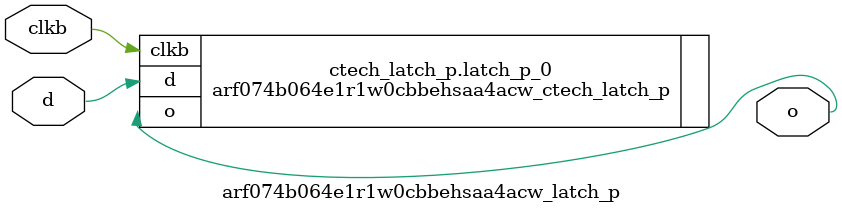
<source format=sv>

`ifndef ARF074B064E1R1W0CBBEHSAA4ACW_LATCH_P_SV
`define ARF074B064E1R1W0CBBEHSAA4ACW_LATCH_P_SV

module arf074b064e1r1w0cbbehsaa4acw_latch_p #
(
  parameter CTECH = 1
)
(
  output logic o,
  input  logic d,
  input  logic clkb
);

  if (CTECH == 1) begin: ctech_latch_p
    arf074b064e1r1w0cbbehsaa4acw_ctech_latch_p latch_p_0 (.o(o),.d(d),.clkb(clkb));
  end
  else begin
    always_latch begin
      if (~clkb) begin
        o <= d;
      end
    end
  end

endmodule // arf074b064e1r1w0cbbehsaa4acw_latch_p

`endif // ARF074B064E1R1W0CBBEHSAA4ACW_LATCH_P_SV
</source>
